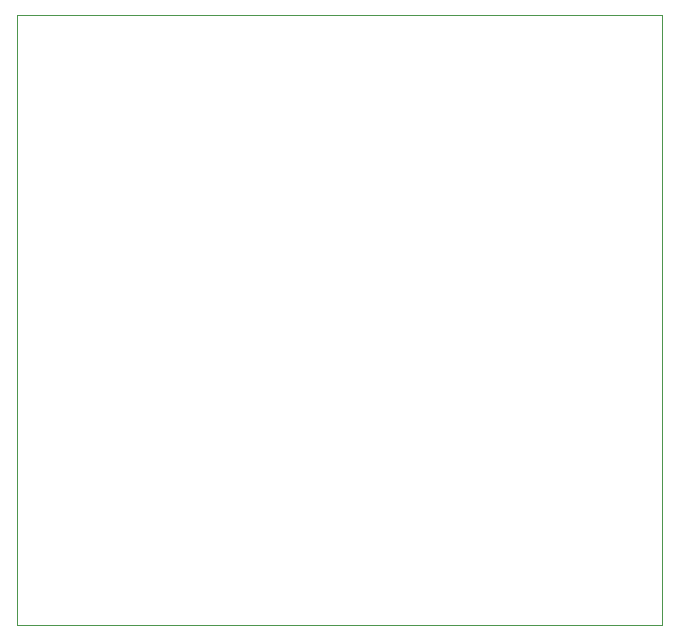
<source format=gm1>
G04 #@! TF.GenerationSoftware,KiCad,Pcbnew,7.0.10*
G04 #@! TF.CreationDate,2024-04-22T16:42:47-07:00*
G04 #@! TF.ProjectId,powerAmp,706f7765-7241-46d7-902e-6b696361645f,rev?*
G04 #@! TF.SameCoordinates,Original*
G04 #@! TF.FileFunction,Profile,NP*
%FSLAX46Y46*%
G04 Gerber Fmt 4.6, Leading zero omitted, Abs format (unit mm)*
G04 Created by KiCad (PCBNEW 7.0.10) date 2024-04-22 16:42:47*
%MOMM*%
%LPD*%
G01*
G04 APERTURE LIST*
G04 #@! TA.AperFunction,Profile*
%ADD10C,0.100000*%
G04 #@! TD*
G04 APERTURE END LIST*
D10*
X65405000Y-83635000D02*
X120030000Y-83635000D01*
X120030000Y-135255000D01*
X65405000Y-135255000D01*
X65405000Y-83635000D01*
M02*

</source>
